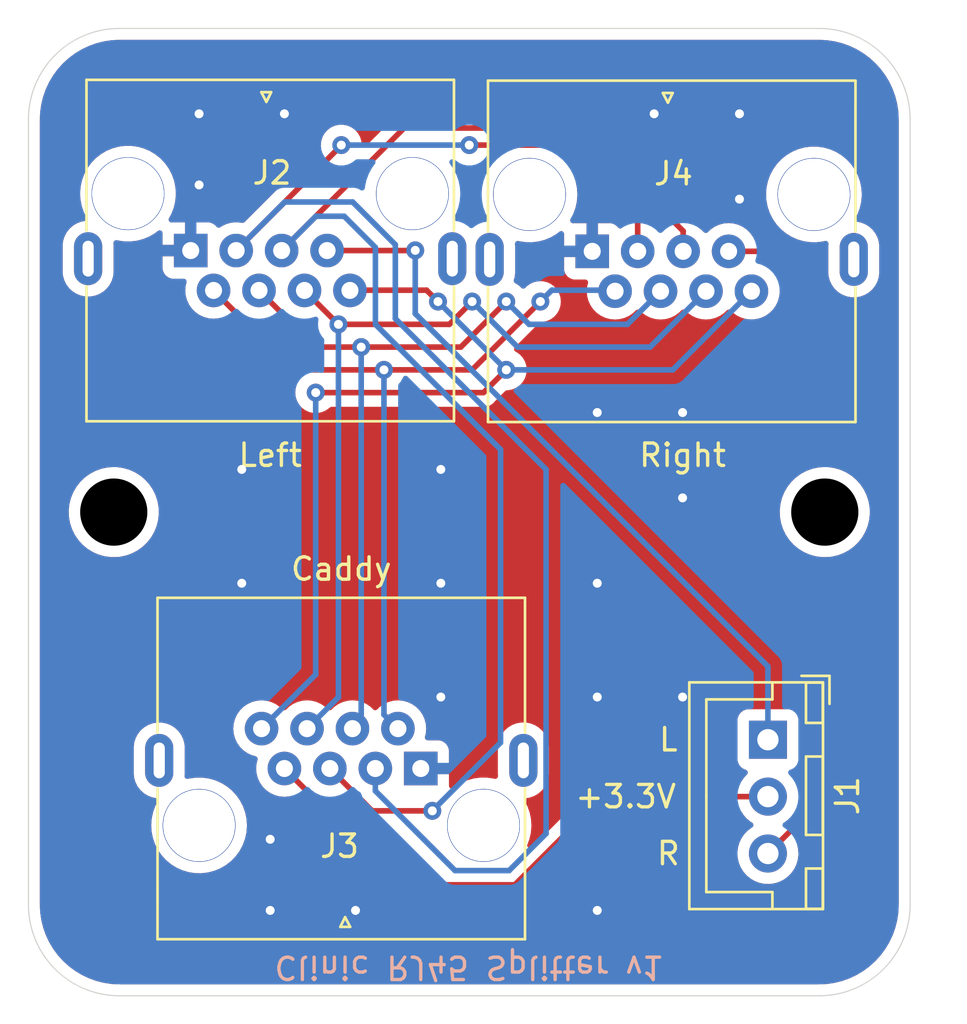
<source format=kicad_pcb>
(kicad_pcb (version 20211014) (generator pcbnew)
  (layers (0 "F.Cu" signal) (31 "B.Cu" signal) (34 "B.Paste" user) (35 "F.Paste" user) (36 "B.SilkS" user "B.Silkscreen") (37 "F.SilkS" user "F.Silkscreen") (38 "B.Mask" user) (39 "F.Mask" user) (44 "Edge.Cuts" user))
  (net 0 "")
  (net 1 "+3.3V_L")
  (net 2 "+3.3V")
  (net 3 "+3.3V_R")
  (net 4 "GND")
  (net 5 "+5V")
  (net 6 "Sound1")
  (net 7 "Sound2")
  (net 8 "JoyX")
  (net 9 "JoyY")
  (net 10 "Other")
  (footprint "Useful Modifications:RJ45_x08_Tab_Up" (layer "F.Cu") (at 162.306 76.2 180)
    (fp_text reference "J4" (at 0.1524 -0.13208) (layer "F.SilkS"))
    (fp_text value "Connector_8P8C")
    (fp_line (start 0.18796 3.46964) (end 0.62738 3.46964) (layer "F.SilkS") (width 0.12))
    (fp_line (start -7.97306 -2.71018) (end -7.97494 4.02082) (layer "F.SilkS") (width 0.12))
    (fp_line (start -7.97494 4.02082) (end 8.43506 4.02082) (layer "F.SilkS") (width 0.12))
    (fp_line (start -7.97494 -11.21918) (end -7.97494 -5.207) (layer "F.SilkS") (width 0.12))
    (fp_line (start 0.40132 3.03784) (end 0.18796 3.46964) (layer "F.SilkS") (width 0.12))
    (fp_line (start 8.43694 -2.71018) (end 8.43506 4.02082) (layer "F.SilkS") (width 0.12))
    (fp_line (start 0.62738 3.46964) (end 0.40132 3.03784) (layer "F.SilkS") (width 0.12))
    (fp_line (start 8.43506 -11.21918) (end 8.43506 -5.207) (layer "F.SilkS") (width 0.12))
    (fp_line (start -7.97494 -11.21918) (end 8.43506 -11.21918) (layer "F.SilkS") (width 0.12))
    (pad "" np_thru_hole circle locked (at 6.58168 -1.05918) (size 3.25 3.25) (drill 3.200001) (layers *.Cu *.Mask))
    (pad "" np_thru_hole circle locked (at -6.11832 -1.05918) (size 3.25 3.25) (drill 3.2) (layers *.Cu *.Mask))
    (pad "1" thru_hole rect locked (at 3.78098 -3.59918 180) (size 1.5 1.5) (drill 0.76) (layers *.Cu *.Mask) (net 4 "GND"))
    (pad "2" thru_hole circle locked (at 2.76098 -5.37918 180) (size 1.5 1.5) (drill 0.76) (layers *.Cu *.Mask) (net 5 "+5V"))
    (pad "3" thru_hole circle locked (at 1.75098 -3.59918 180) (size 1.5 1.5) (drill 0.76) (layers *.Cu *.Mask) (net 6 "Sound1"))
    (pad "4" thru_hole circle locked (at 0.73098 -5.37918 180) (size 1.5 1.5) (drill 0.76) (layers *.Cu *.Mask) (net 7 "Sound2"))
    (pad "5" thru_hole circle locked (at -0.27902 -3.59918 180) (size 1.5 1.5) (drill 0.76) (layers *.Cu *.Mask) (net 8 "JoyX"))
    (pad "6" thru_hole circle locked (at -1.29902 -5.37918 180) (size 1.5 1.5) (drill 0.76) (layers *.Cu *.Mask) (net 9 "JoyY"))
    (pad "7" thru_hole circle locked (at -2.30902 -3.59918 180) (size 1.5 1.5) (drill 0.76) (layers *.Cu *.Mask) (net 3 "+3.3V_R"))
    (pad "8" thru_hole circle locked (at -3.32902 -5.37918 180) (size 1.5 1.5) (drill 0.76) (layers *.Cu *.Mask) (net 10 "Other"))
    (pad "9" thru_hole oval locked (at -7.89832 -3.96113) (size 1.259 2.362) (drill oval 0.5 1.6) (layers *.Cu *.Mask))
    (pad "10" thru_hole oval locked (at 8.36168 -3.96113) (size 1.259 2.362) (drill oval 0.5 1.6) (layers *.Cu *.Mask))
  )
  (footprint "Useful Modifications:RJ45_x08_Tab_Up" (layer "F.Cu") (at 144.37668 76.16544 180)
    (fp_text reference "J2" (at 0.1524 -0.13208) (layer "F.SilkS"))
    (fp_text value "Connector_8P8C")
    (fp_line (start 8.43506 -11.21918) (end 8.43506 -5.207) (layer "F.SilkS") (width 0.12))
    (fp_line (start -7.97494 -11.21918) (end -7.97494 -5.207) (layer "F.SilkS") (width 0.12))
    (fp_line (start 0.62738 3.46964) (end 0.40132 3.03784) (layer "F.SilkS") (width 0.12))
    (fp_line (start -7.97494 -11.21918) (end 8.43506 -11.21918) (layer "F.SilkS") (width 0.12))
    (fp_line (start 0.40132 3.03784) (end 0.18796 3.46964) (layer "F.SilkS") (width 0.12))
    (fp_line (start -7.97306 -2.71018) (end -7.97494 4.02082) (layer "F.SilkS") (width 0.12))
    (fp_line (start -7.97494 4.02082) (end 8.43506 4.02082) (layer "F.SilkS") (width 0.12))
    (fp_line (start 0.18796 3.46964) (end 0.62738 3.46964) (layer "F.SilkS") (width 0.12))
    (fp_line (start 8.43694 -2.71018) (end 8.43506 4.02082) (layer "F.SilkS") (width 0.12))
    (pad "" np_thru_hole circle locked (at 6.58168 -1.05918) (size 3.25 3.25) (drill 3.200001) (layers *.Cu *.Mask))
    (pad "" np_thru_hole circle locked (at -6.11832 -1.05918) (size 3.25 3.25) (drill 3.2) (layers *.Cu *.Mask))
    (pad "1" thru_hole rect locked (at 3.78098 -3.59918 180) (size 1.5 1.5) (drill 0.76) (layers *.Cu *.Mask) (net 4 "GND"))
    (pad "2" thru_hole circle locked (at 2.76098 -5.37918 180) (size 1.5 1.5) (drill 0.76) (layers *.Cu *.Mask) (net 5 "+5V"))
    (pad "3" thru_hole circle locked (at 1.75098 -3.59918 180) (size 1.5 1.5) (drill 0.76) (layers *.Cu *.Mask) (net 6 "Sound1"))
    (pad "4" thru_hole circle locked (at 0.73098 -5.37918 180) (size 1.5 1.5) (drill 0.76) (layers *.Cu *.Mask) (net 7 "Sound2"))
    (pad "5" thru_hole circle locked (at -0.27902 -3.59918 180) (size 1.5 1.5) (drill 0.76) (layers *.Cu *.Mask) (net 8 "JoyX"))
    (pad "6" thru_hole circle locked (at -1.29902 -5.37918 180) (size 1.5 1.5) (drill 0.76) (layers *.Cu *.Mask) (net 9 "JoyY"))
    (pad "7" thru_hole circle locked (at -2.30902 -3.59918 180) (size 1.5 1.5) (drill 0.76) (layers *.Cu *.Mask) (net 1 "+3.3V_L"))
    (pad "8" thru_hole circle locked (at -3.32902 -5.37918 180) (size 1.5 1.5) (drill 0.76) (layers *.Cu *.Mask) (net 10 "Other"))
    (pad "9" thru_hole oval locked (at -7.89832 -3.96113) (size 1.259 2.362) (drill oval 0.5 1.6) (layers *.Cu *.Mask))
    (pad "10" thru_hole oval locked (at 8.36168 -3.96113) (size 1.259 2.362) (drill oval 0.5 1.6) (layers *.Cu *.Mask))
  )
  (footprint "MountingHole:MountingHole_3.2mm_M3" (layer "F.Cu") (at 168.91 91.44 90)
    (fp_text reference "REF**" hide)
    (fp_text value "MountingHole_3.2mm_M3")
    (pad "" np_thru_hole circle (at 0 0 90) (size 3 3) (drill 3) (layers "F.Mask" "Dwgs.User"))
  )
  (footprint "Useful Modifications:JST_XH_B3B-XH-A_1x03_P2.54mm_Vertical" (layer "F.Cu") (at 166.37 101.6 -90)
    (fp_text reference "J1" (at 2.5 -3.55 90) (layer "F.SilkS"))
    (fp_text value "Conn_01x03_Male")
    (fp_line (start -2.55 -2.45) (end -2.55 -1.7) (layer "F.SilkS") (width 0.12))
    (fp_line (start -2.56 -2.46) (end -2.56 3.51) (layer "F.SilkS") (width 0.12))
    (fp_line (start 7.55 -1.7) (end 7.55 -2.45) (layer "F.SilkS") (width 0.12))
    (fp_line (start -2.55 -0.2) (end -1.8 -0.2) (layer "F.SilkS") (width 0.12))
    (fp_line (start -1.6 -2.75) (end -2.85 -2.75) (layer "F.SilkS") (width 0.12))
    (fp_line (start 5.75 -2.45) (end 5.75 -1.7) (layer "F.SilkS") (width 0.12))
    (fp_line (start 7.56 3.51) (end 7.56 -2.46) (layer "F.SilkS") (width 0.12))
    (fp_line (start -1.8 -0.2) (end -1.8 2.75) (layer "F.SilkS") (width 0.12))
    (fp_line (start 0.75 -2.45) (end 0.75 -1.7) (layer "F.SilkS") (width 0.12))
    (fp_line (start -2.55 -1.7) (end -0.75 -1.7) (layer "F.SilkS") (width 0.12))
    (fp_line (start 6.8 -0.2) (end 6.8 2.75) (layer "F.SilkS") (width 0.12))
    (fp_line (start 5.75 -1.7) (end 7.55 -1.7) (layer "F.SilkS") (width 0.12))
    (fp_line (start 0.75 -1.7) (end 4.25 -1.7) (layer "F.SilkS") (width 0.12))
    (fp_line (start -2.85 -2.75) (end -2.85 -1.5) (layer "F.SilkS") (width 0.12))
    (fp_line (start -1.8 2.75) (end 2.5 2.75) (layer "F.SilkS") (width 0.12))
    (fp_line (start -0.75 -2.45) (end -2.55 -2.45) (layer "F.SilkS") (width 0.12))
    (fp_line (start 6.8 2.75) (end 2.5 2.75) (layer "F.SilkS") (width 0.12))
    (fp_line (start -2.56 3.51) (end 7.56 3.51) (layer "F.SilkS") (width 0.12))
    (fp_line (start 7.55 -0.2) (end 6.8 -0.2) (layer "F.SilkS") (width 0.12))
    (fp_line (start 7.56 -2.46) (end -2.56 -2.46) (layer "F.SilkS") (width 0.12))
    (fp_line (start -0.75 -1.7) (end -0.75 -2.45) (layer "F.SilkS") (width 0.12))
    (fp_line (start 7.55 -2.45) (end 5.75 -2.45) (layer "F.SilkS") (width 0.12))
    (fp_line (start 4.25 -2.45) (end 0.75 -2.45) (layer "F.SilkS") (width 0.12))
    (fp_line (start 4.25 -1.7) (end 4.25 -2.45) (layer "F.SilkS") (width 0.12))
    (pad "1" thru_hole rect locked (at 0 0 270) (size 1.7 1.7) (drill 0.95) (layers *.Cu *.Mask) (net 1 "+3.3V_L"))
    (pad "2" thru_hole oval locked (at 2.54 0 270) (size 1.7 1.7) (drill 0.95) (layers *.Cu *.Mask) (net 2 "+3.3V"))
    (pad "3" thru_hole oval locked (at 5.08 0 270) (size 1.7 1.7) (drill 0.95) (layers *.Cu *.Mask) (net 3 "+3.3V_R"))
  )
  (footprint "MountingHole:MountingHole_3.2mm_M3" (layer "F.Cu") (at 137.16 91.44 -90)
    (fp_text reference "REF**" hide)
    (fp_text value "MountingHole_3.2mm_M3")
    (pad "" np_thru_hole circle (at 0 0 270) (size 3 3) (drill 3) (layers *.Mask))
  )
  (footprint "Useful Modifications:RJ45_x08_Tab_Up" (layer "F.Cu") (at 147.08832 106.48442)
    (fp_text reference "J3" (at 0.1524 -0.13208) (layer "F.SilkS"))
    (fp_text value "Connector_8P8C")
    (fp_line (start 0.62738 3.46964) (end 0.40132 3.03784) (layer "F.SilkS") (width 0.12))
    (fp_line (start -7.97494 -11.21918) (end 8.43506 -11.21918) (layer "F.SilkS") (width 0.12))
    (fp_line (start -7.97494 -11.21918) (end -7.97494 -5.207) (layer "F.SilkS") (width 0.12))
    (fp_line (start 8.43506 -11.21918) (end 8.43506 -5.207) (layer "F.SilkS") (width 0.12))
    (fp_line (start -7.97306 -2.71018) (end -7.97494 4.02082) (layer "F.SilkS") (width 0.12))
    (fp_line (start 8.43694 -2.71018) (end 8.43506 4.02082) (layer "F.SilkS") (width 0.12))
    (fp_line (start 0.40132 3.03784) (end 0.18796 3.46964) (layer "F.SilkS") (width 0.12))
    (fp_line (start 0.18796 3.46964) (end 0.62738 3.46964) (layer "F.SilkS") (width 0.12))
    (fp_line (start -7.97494 4.02082) (end 8.43506 4.02082) (layer "F.SilkS") (width 0.12))
    (pad "" np_thru_hole circle locked (at 6.58168 -1.05918 180) (size 3.25 3.25) (drill 3.200001) (layers *.Cu *.Mask))
    (pad "" np_thru_hole circle locked (at -6.11832 -1.05918 180) (size 3.25 3.25) (drill 3.2) (layers *.Cu *.Mask))
    (pad "1" thru_hole rect locked (at 3.78098 -3.59918) (size 1.5 1.5) (drill 0.76) (layers *.Cu *.Mask) (net 4 "GND"))
    (pad "2" thru_hole circle locked (at 2.76098 -5.37918) (size 1.5 1.5) (drill 0.76) (layers *.Cu *.Mask) (net 5 "+5V"))
    (pad "3" thru_hole circle locked (at 1.75098 -3.59918) (size 1.5 1.5) (drill 0.76) (layers *.Cu *.Mask) (net 6 "Sound1"))
    (pad "4" thru_hole circle locked (at 0.73098 -5.37918) (size 1.5 1.5) (drill 0.76) (layers *.Cu *.Mask) (net 7 "Sound2"))
    (pad "5" thru_hole circle locked (at -0.27902 -3.59918) (size 1.5 1.5) (drill 0.76) (layers *.Cu *.Mask) (net 8 "JoyX"))
    (pad "6" thru_hole circle locked (at -1.29902 -5.37918) (size 1.5 1.5) (drill 0.76) (layers *.Cu *.Mask) (net 9 "JoyY"))
    (pad "7" thru_hole circle locked (at -2.30902 -3.59918) (size 1.5 1.5) (drill 0.76) (layers *.Cu *.Mask) (net 2 "+3.3V"))
    (pad "8" thru_hole circle locked (at -3.32902 -5.37918) (size 1.5 1.5) (drill 0.76) (layers *.Cu *.Mask) (net 10 "Other"))
    (pad "9" thru_hole oval locked (at -7.89832 -3.96113 180) (size 1.259 2.362) (drill oval 0.5 1.6) (layers *.Cu *.Mask))
    (pad "10" thru_hole oval locked (at 8.36168 -3.96113 180) (size 1.259 2.362) (drill oval 0.5 1.6) (layers *.Cu *.Mask))
  )
  (gr_line (start 172.72 108.966) (end 172.72 73.914) (layer "Edge.Cuts") (width 0.05))
  (gr_arc (start 168.656 69.85) (mid 171.529682 71.040318) (end 172.72 73.914) (layer "Edge.Cuts") (width 0.05))
  (gr_line (start 168.656 69.85) (end 137.414 69.85) (layer "Edge.Cuts") (width 0.05))
  (gr_arc (start 137.414 113.03) (mid 134.540318 111.839682) (end 133.35 108.966) (layer "Edge.Cuts") (width 0.05))
  (gr_arc (start 172.72 108.966) (mid 171.529682 111.839682) (end 168.656 113.03) (layer "Edge.Cuts") (width 0.05))
  (gr_line (start 137.414 113.03) (end 168.656 113.03) (layer "Edge.Cuts") (width 0.05))
  (gr_line (start 133.35 73.914) (end 133.35 108.966) (layer "Edge.Cuts") (width 0.05))
  (gr_arc (start 133.35 73.914) (mid 134.540318 71.040318) (end 137.414 69.85) (layer "Edge.Cuts") (width 0.05))
  (gr_text "Clinic RJ45 Splitter v1" (at 153.035 111.76 180) (layer "B.SilkS") (effects (font (size 1 1)) (justify mirror)))
  (gr_text "L" (at 161.925 101.6) (layer "F.SilkS") (effects (font (size 1 1))))
  (gr_text "Left" (at 144.145 88.9) (layer "F.SilkS") (effects (font (size 1 1))))
  (gr_text "Right" (at 162.56 88.9) (layer "F.SilkS") (effects (font (size 1 1))))
  (gr_text "+3.3V" (at 160.02 104.14) (layer "F.SilkS") (effects (font (size 1 1))))
  (gr_text "R" (at 161.925 106.68) (layer "F.SilkS") (effects (font (size 1 1))))
  (gr_text "Caddy" (at 147.32 93.98) (layer "F.SilkS") (effects (font (size 1 1))))
  (segment (start 150.61338 79.76462) (end 146.6857 79.76462) (width 0.25) (layer "F.Cu") (net 1))
  (segment (start 150.622 79.756) (end 150.61338 79.76462) (width 0.25) (layer "F.Cu") (net 1))
  (via (at 150.622 79.756) (size 0.8) (drill 0.4) (layers "F.Cu" "B.Cu") (net 1))
  (segment (start 166.37 101.6) (end 166.37 98.32975) (width 0.25) (layer "B.Cu") (net 1))
  (segment (start 166.37 98.32975) (end 150.622 82.58175) (width 0.25) (layer "B.Cu") (net 1))
  (segment (start 150.622 82.58175) (end 150.622 79.76462) (width 0.25) (layer "B.Cu") (net 1))
  (segment (start 150.622 79.76462) (end 150.622 79.756) (width 0.25) (layer "B.Cu") (net 1))
  (segment (start 166.37 104.14) (end 159.004 104.14) (width 0.25) (layer "F.Cu") (net 2))
  (segment (start 149.97106 108.077) (end 144.7793 102.88524) (width 0.25) (layer "F.Cu") (net 2))
  (segment (start 159.004 104.14) (end 155.067 108.077) (width 0.25) (layer "F.Cu") (net 2))
  (segment (start 155.067 108.077) (end 149.97106 108.077) (width 0.25) (layer "F.Cu") (net 2))
  (segment (start 167.894 95.758) (end 165.1 92.964) (width 0.25) (layer "F.Cu") (net 3))
  (segment (start 167.894 87.122) (end 167.894 81.28) (width 0.25) (layer "F.Cu") (net 3))
  (segment (start 165.1 89.916) (end 167.894 87.122) (width 0.25) (layer "F.Cu") (net 3))
  (segment (start 165.1 92.964) (end 165.1 89.916) (width 0.25) (layer "F.Cu") (net 3))
  (segment (start 166.37 106.68) (end 167.894 105.156) (width 0.25) (layer "F.Cu") (net 3))
  (segment (start 167.894 105.156) (end 167.894 95.758) (width 0.25) (layer "F.Cu") (net 3))
  (segment (start 166.41318 79.79918) (end 164.61502 79.79918) (width 0.25) (layer "F.Cu") (net 3))
  (segment (start 167.894 81.28) (end 166.41318 79.79918) (width 0.25) (layer "F.Cu") (net 3))
  (via (at 162.56 99.695) (size 0.8) (drill 0.4) (layers "F.Cu" "B.Cu") (net 4))
  (via (at 144.145 109.22) (size 0.8) (drill 0.4) (layers "F.Cu" "B.Cu") (net 4))
  (via (at 144.78 73.66) (size 0.8) (drill 0.4) (layers "F.Cu" "B.Cu") (net 4))
  (via (at 158.75 86.995) (size 0.8) (drill 0.4) (layers "F.Cu" "B.Cu") (net 4))
  (via (at 158.75 99.695) (size 0.8) (drill 0.4) (layers "F.Cu" "B.Cu") (net 4))
  (via (at 162.56 90.805) (size 0.8) (drill 0.4) (layers "F.Cu" "B.Cu") (net 4))
  (via (at 140.97 73.66) (size 0.8) (drill 0.4) (layers "F.Cu" "B.Cu") (net 4))
  (via (at 147.955 109.22) (size 0.8) (drill 0.4) (layers "F.Cu" "B.Cu") (net 4))
  (via (at 161.29 73.66) (size 0.8) (drill 0.4) (layers "F.Cu" "B.Cu") (net 4))
  (via (at 158.75 109.22) (size 0.8) (drill 0.4) (layers "F.Cu" "B.Cu") (net 4))
  (via (at 142.875 94.615) (size 0.8) (drill 0.4) (layers "F.Cu" "B.Cu") (net 4))
  (via (at 151.765 94.615) (size 0.8) (drill 0.4) (layers "F.Cu" "B.Cu") (net 4))
  (via (at 140.97 76.835) (size 0.8) (drill 0.4) (layers "F.Cu" "B.Cu") (net 4))
  (via (at 144.145 106.045) (size 0.8) (drill 0.4) (layers "F.Cu" "B.Cu") (net 4))
  (via (at 162.56 86.995) (size 0.8) (drill 0.4) (layers "F.Cu" "B.Cu") (net 4))
  (via (at 165.1 73.66) (size 0.8) (drill 0.4) (layers "F.Cu" "B.Cu") (net 4))
  (via (at 142.875 89.535) (size 0.8) (drill 0.4) (layers "F.Cu" "B.Cu") (net 4))
  (via (at 151.765 99.695) (size 0.8) (drill 0.4) (layers "F.Cu" "B.Cu") (net 4))
  (via (at 165.1 77.47) (size 0.8) (drill 0.4) (layers "F.Cu" "B.Cu") (net 4))
  (via (at 151.765 89.535) (size 0.8) (drill 0.4) (layers "F.Cu" "B.Cu") (net 4))
  (via (at 158.75 94.615) (size 0.8) (drill 0.4) (layers "F.Cu" "B.Cu") (net 4))
  (segment (start 145.16108 85.09) (end 141.6157 81.54462) (width 0.25) (layer "F.Cu") (net 5))
  (segment (start 153.162 85.09) (end 145.16108 85.09) (width 0.25) (layer "F.Cu") (net 5))
  (segment (start 156.21 82.042) (end 153.162 85.09) (width 0.25) (layer "F.Cu") (net 5))
  (via (at 149.225 85.09) (size 0.8) (drill 0.4) (layers "F.Cu" "B.Cu") (net 5))
  (via (at 156.21 82.042) (size 0.8) (drill 0.4) (layers "F.Cu" "B.Cu") (net 5))
  (segment (start 156.21 82.042) (end 156.718 81.534) (width 0.25) (layer "B.Cu") (net 5))
  (segment (start 149.225 100.48094) (end 149.8493 101.10524) (width 0.25) (layer "B.Cu") (net 5))
  (segment (start 156.718 81.534) (end 159.49984 81.534) (width 0.25) (layer "B.Cu") (net 5))
  (segment (start 159.49984 81.534) (end 159.54502 81.57918) (width 0.25) (layer "B.Cu") (net 5))
  (segment (start 149.225 85.09) (end 149.225 100.48094) (width 0.25) (layer "B.Cu") (net 5))
  (segment (start 147.32 75.07032) (end 147.32 75.057) (width 0.25) (layer "F.Cu") (net 6))
  (segment (start 142.6257 79.76462) (end 147.32 75.07032) (width 0.25) (layer "F.Cu") (net 6))
  (segment (start 153.035 75.057) (end 157.353 75.057) (width 0.25) (layer "F.Cu") (net 6))
  (segment (start 157.353 75.057) (end 160.55502 78.25902) (width 0.25) (layer "F.Cu") (net 6))
  (segment (start 160.55502 78.25902) (end 160.55502 79.79918) (width 0.25) (layer "F.Cu") (net 6))
  (via (at 153.035 75.057) (size 0.8) (drill 0.4) (layers "F.Cu" "B.Cu") (net 6))
  (via (at 147.32 75.057) (size 0.8) (drill 0.4) (layers "F.Cu" "B.Cu") (net 6))
  (segment (start 147.828 77.597) (end 149.733 79.502) (width 0.25) (layer "B.Cu") (net 6))
  (segment (start 156.464 89.535) (end 156.464 105.791) (width 0.25) (layer "B.Cu") (net 6))
  (segment (start 142.6257 79.76462) (end 144.79332 77.597) (width 0.25) (layer "B.Cu") (net 6))
  (segment (start 156.464 105.791) (end 154.813 107.442) (width 0.25) (layer "B.Cu") (net 6))
  (segment (start 144.79332 77.597) (end 147.828 77.597) (width 0.25) (layer "B.Cu") (net 6))
  (segment (start 149.733 82.804) (end 156.464 89.535) (width 0.25) (layer "B.Cu") (net 6))
  (segment (start 152.4 107.442) (end 148.8393 103.8813) (width 0.25) (layer "B.Cu") (net 6))
  (segment (start 149.733 79.502) (end 149.733 82.804) (width 0.25) (layer "B.Cu") (net 6))
  (segment (start 154.813 107.442) (end 152.4 107.442) (width 0.25) (layer "B.Cu") (net 6))
  (segment (start 148.8393 103.8813) (end 148.8393 102.88524) (width 0.25) (layer "B.Cu") (net 6))
  (segment (start 147.32 75.057) (end 153.035 75.057) (width 0.25) (layer "B.Cu") (net 6))
  (segment (start 152.654 84.074) (end 154.686 82.042) (width 0.25) (layer "F.Cu") (net 7))
  (segment (start 146.17508 84.074) (end 152.654 84.074) (width 0.25) (layer "F.Cu") (net 7))
  (segment (start 143.6457 81.54462) (end 146.17508 84.074) (width 0.25) (layer "F.Cu") (net 7))
  (via (at 154.686 82.042) (size 0.8) (drill 0.4) (layers "F.Cu" "B.Cu") (net 7))
  (via (at 148.209 84.074) (size 0.8) (drill 0.4) (layers "F.Cu" "B.Cu") (net 7))
  (segment (start 148.209 100.71554) (end 147.8193 101.10524) (width 0.25) (layer "B.Cu") (net 7))
  (segment (start 148.209 84.074) (end 148.209 100.71554) (width 0.25) (layer "B.Cu") (net 7))
  (segment (start 160.0962 83.058) (end 161.57502 81.57918) (width 0.25) (layer "B.Cu") (net 7))
  (segment (start 155.702 83.058) (end 160.0962 83.058) (width 0.25) (layer "B.Cu") (net 7))
  (segment (start 154.686 82.042) (end 155.702 83.058) (width 0.25) (layer "B.Cu") (net 7))
  (segment (start 150.12532 74.295) (end 157.988 74.295) (width 0.25) (layer "F.Cu") (net 8))
  (segment (start 144.6557 79.76462) (end 150.12532 74.295) (width 0.25) (layer "F.Cu") (net 8))
  (segment (start 148.69906 104.775) (end 146.8093 102.88524) (width 0.25) (layer "F.Cu") (net 8))
  (segment (start 157.988 74.295) (end 162.58502 78.89202) (width 0.25) (layer "F.Cu") (net 8))
  (segment (start 151.384 104.775) (end 148.69906 104.775) (width 0.25) (layer "F.Cu") (net 8))
  (segment (start 162.58502 78.89202) (end 162.58502 79.79918) (width 0.25) (layer "F.Cu") (net 8))
  (via (at 151.384 104.775) (size 0.8) (drill 0.4) (layers "F.Cu" "B.Cu") (net 8))
  (segment (start 144.6557 79.76462) (end 146.18832 78.232) (width 0.25) (layer "B.Cu") (net 8))
  (segment (start 154.432 101.727) (end 151.384 104.775) (width 0.25) (layer "B.Cu") (net 8))
  (segment (start 148.844 79.629) (end 148.844 83.058) (width 0.25) (layer "B.Cu") (net 8))
  (segment (start 147.447 78.232) (end 148.844 79.629) (width 0.25) (layer "B.Cu") (net 8))
  (segment (start 148.844 83.058) (end 154.432 88.646) (width 0.25) (layer "B.Cu") (net 8))
  (segment (start 154.432 88.646) (end 154.432 101.727) (width 0.25) (layer "B.Cu") (net 8))
  (segment (start 146.18832 78.232) (end 147.447 78.232) (width 0.25) (layer "B.Cu") (net 8))
  (segment (start 147.193 83.058) (end 152.146 83.058) (width 0.25) (layer "F.Cu") (net 9))
  (segment (start 152.146 83.058) (end 153.162 82.042) (width 0.25) (layer "F.Cu") (net 9))
  (segment (start 147.18908 83.058) (end 145.6757 81.54462) (width 0.25) (layer "F.Cu") (net 9))
  (segment (start 147.193 83.058) (end 147.18908 83.058) (width 0.25) (layer "F.Cu") (net 9))
  (via (at 147.193 83.058) (size 0.8) (drill 0.4) (layers "F.Cu" "B.Cu") (net 9))
  (via (at 153.162 82.042) (size 0.8) (drill 0.4) (layers "F.Cu" "B.Cu") (net 9))
  (segment (start 161.1102 84.074) (end 163.60502 81.57918) (width 0.25) (layer "B.Cu") (net 9))
  (segment (start 153.162 82.042) (end 155.194 84.074) (width 0.25) (layer "B.Cu") (net 9))
  (segment (start 147.193 83.058) (end 147.193 99.70154) (width 0.25) (layer "B.Cu") (net 9))
  (segment (start 155.194 84.074) (end 161.1102 84.074) (width 0.25) (layer "B.Cu") (net 9))
  (segment (start 147.193 99.70154) (end 145.7893 101.10524) (width 0.25) (layer "B.Cu") (net 9))
  (segment (start 146.177 86.106) (end 153.67 86.106) (width 0.25) (layer "F.Cu") (net 10))
  (segment (start 151.13 81.534) (end 147.71632 81.534) (width 0.25) (layer "F.Cu") (net 10))
  (segment (start 147.71632 81.534) (end 147.7057 81.54462) (width 0.25) (layer "F.Cu") (net 10))
  (segment (start 151.638 82.042) (end 151.13 81.534) (width 0.25) (layer "F.Cu") (net 10))
  (segment (start 153.67 86.106) (end 154.686 85.09) (width 0.25) (layer "F.Cu") (net 10))
  (via (at 146.177 86.106) (size 0.8) (drill 0.4) (layers "F.Cu" "B.Cu") (net 10))
  (via (at 154.686 85.09) (size 0.8) (drill 0.4) (layers "F.Cu" "B.Cu") (net 10))
  (via (at 151.638 82.042) (size 0.8) (drill 0.4) (layers "F.Cu" "B.Cu") (net 10))
  (segment (start 151.638 82.042) (end 154.686 85.09) (width 0.25) (layer "B.Cu") (net 10))
  (segment (start 162.1242 85.09) (end 165.63502 81.57918) (width 0.25) (layer "B.Cu") (net 10))
  (segment (start 154.686 85.09) (end 162.1242 85.09) (width 0.25) (layer "B.Cu") (net 10))
  (segment (start 146.177 98.68754) (end 143.7593 101.10524) (width 0.25) (layer "B.Cu") (net 10))
  (segment (start 146.177 86.106) (end 146.177 98.68754) (width 0.25) (layer "B.Cu") (net 10))
  (zone (net 4) (net_name "GND") (layer "F.Cu") (connect_pads (clearance 0.508)) (min_thickness 0.254) (fill yes (thermal_gap 0.508) (thermal_bridge_width 0.508))
    (polygon (pts (xy 175.26 114.3) (xy 132.08 114.3) (xy 132.08 68.58) (xy 175.26 68.58)))
  )
  (zone (net 4) (net_name "GND") (layer "B.Cu") (connect_pads (clearance 0.508)) (min_thickness 0.254) (fill yes (thermal_gap 0.508) (thermal_bridge_width 0.508))
    (polygon (pts (xy 175.26 114.3) (xy 132.08 114.3) (xy 132.08 68.58) (xy 175.26 68.58)))
  )
)
</source>
